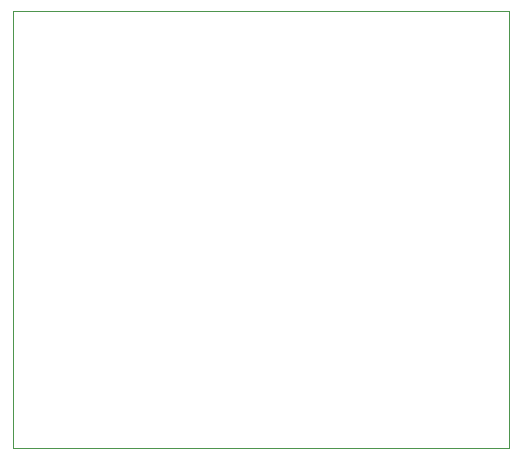
<source format=gbr>
%TF.GenerationSoftware,KiCad,Pcbnew,(5.1.12)-1*%
%TF.CreationDate,2023-06-15T15:32:22+02:00*%
%TF.ProjectId,cs1,6373312e-6b69-4636-9164-5f7063625858,rev?*%
%TF.SameCoordinates,Original*%
%TF.FileFunction,Profile,NP*%
%FSLAX46Y46*%
G04 Gerber Fmt 4.6, Leading zero omitted, Abs format (unit mm)*
G04 Created by KiCad (PCBNEW (5.1.12)-1) date 2023-06-15 15:32:22*
%MOMM*%
%LPD*%
G01*
G04 APERTURE LIST*
%TA.AperFunction,Profile*%
%ADD10C,0.050000*%
%TD*%
G04 APERTURE END LIST*
D10*
X186500000Y-97500000D02*
X186500000Y-60500000D01*
X228500000Y-97500000D02*
X186500000Y-97500000D01*
X228500000Y-60500000D02*
X228500000Y-97500000D01*
X186500000Y-60500000D02*
X228500000Y-60500000D01*
M02*

</source>
